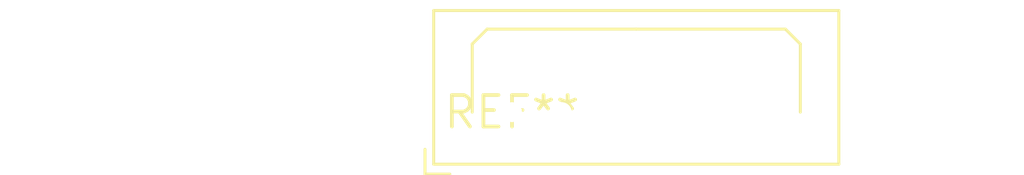
<source format=kicad_pcb>
(kicad_pcb (version 20240108) (generator pcbnew)
  (layers (0 "F.Cu" signal) (31 "B.Cu" signal) (34 "B.Paste" user) (35 "F.Paste" user) (36 "B.SilkS" user "B.Silkscreen") (37 "F.SilkS" user "F.Silkscreen") (38 "B.Mask" user) (39 "F.Mask" user) (44 "Edge.Cuts" user))
  (net 0 "")
  (footprint "Harwin_LTek-Male_2x06_P2.00mm_Vertical" (layer "F.Cu") (at 0 0)
    (property "Reference" "REF**")
    (property "Value" "Harwin_LTek-Male_2x06_P2.00mm_Vertical")
    (fp_line (start -3.5 1.5) (end -3.5 2.5) (layer "F.SilkS") (stroke (width 0.12)))
    (fp_line (start -3.5 2.5) (end -2.5 2.5) (layer "F.SilkS") (stroke (width 0.12)))
    (fp_line (start -3.15 -4.1) (end -3.15 2.1) (layer "F.SilkS") (stroke (width 0.12)))
    (fp_line (start -3.15 2.1) (end 13.15 2.1) (layer "F.SilkS") (stroke (width 0.12)))
    (fp_line (start -1.6 -2.75) (end -1 -3.35) (layer "F.SilkS") (stroke (width 0.12)))
    (fp_line (start -1.6 0) (end -1.6 -2.75) (layer "F.SilkS") (stroke (width 0.12)))
    (fp_line (start -1 -3.35) (end 5 -3.35) (layer "F.SilkS") (stroke (width 0.12)))
    (fp_line (start 11 -3.35) (end 5 -3.35) (layer "F.SilkS") (stroke (width 0.12)))
    (fp_line (start 11.6 -2.75) (end 11 -3.35) (layer "F.SilkS") (stroke (width 0.12)))
    (fp_line (start 11.6 0) (end 11.6 -2.75) (layer "F.SilkS") (stroke (width 0.12)))
    (fp_line (start 13.15 -4.1) (end -3.15 -4.1) (layer "F.SilkS") (stroke (width 0.12)))
    (fp_line (start 13.15 2.1) (end 13.15 -4.1) (layer "F.SilkS") (stroke (width 0.12)))
    (pad "1" thru_hole rect (at 0 0) (size 1.35 1.35) (drill 0.8) (layers *.Cu *.Mask) (remove_unused_layers))
    (pad "2" thru_hole circle (at 0 -2) (size 1.35 1.35) (drill 0.8) (layers *.Cu *.Mask) (remove_unused_layers))
    (pad "3" thru_hole circle (at 2 0) (size 1.35 1.35) (drill 0.8) (layers *.Cu *.Mask) (remove_unused_layers))
    (pad "4" thru_hole circle (at 2 -2) (size 1.35 1.35) (drill 0.8) (layers *.Cu *.Mask) (remove_unused_layers))
    (pad "5" thru_hole circle (at 4 0) (size 1.35 1.35) (drill 0.8) (layers *.Cu *.Mask) (remove_unused_layers))
    (pad "6" thru_hole circle (at 4 -2) (size 1.35 1.35) (drill 0.8) (layers *.Cu *.Mask) (remove_unused_layers))
    (pad "7" thru_hole circle (at 6 0) (size 1.35 1.35) (drill 0.8) (layers *.Cu *.Mask) (remove_unused_layers))
    (pad "8" thru_hole circle (at 6 -2) (size 1.35 1.35) (drill 0.8) (layers *.Cu *.Mask) (remove_unused_layers))
    (pad "9" thru_hole circle (at 8 0) (size 1.35 1.35) (drill 0.8) (layers *.Cu *.Mask) (remove_unused_layers))
    (pad "10" thru_hole circle (at 8 -2) (size 1.35 1.35) (drill 0.8) (layers *.Cu *.Mask) (remove_unused_layers))
    (pad "11" thru_hole circle (at 10 0) (size 1.35 1.35) (drill 0.8) (layers *.Cu *.Mask) (remove_unused_layers))
    (pad "12" thru_hole circle (at 10 -2) (size 1.35 1.35) (drill 0.8) (layers *.Cu *.Mask) (remove_unused_layers))
  )
)
</source>
